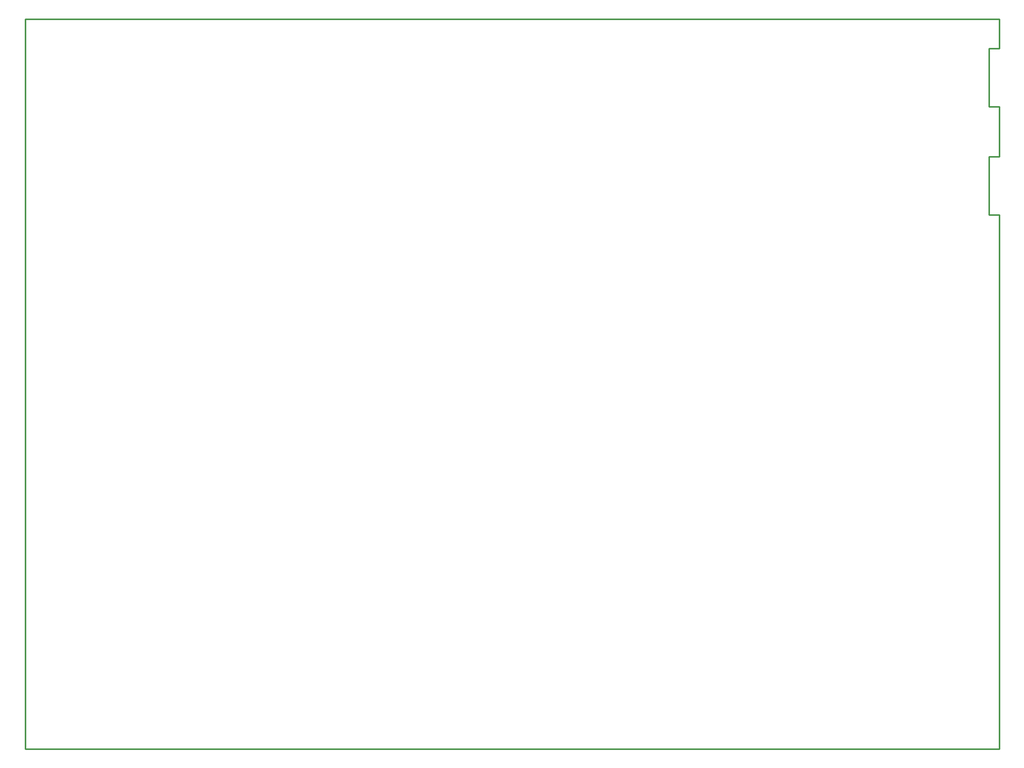
<source format=gko>
G04 Layer_Color=16711935*
%FSLAX25Y25*%
%MOIN*%
G70*
G01*
G75*
%ADD44C,0.01000*%
D44*
X623421Y453166D02*
X629921D01*
X623421Y415666D02*
Y453166D01*
Y415666D02*
X629921D01*
Y407366D02*
Y415666D01*
Y453166D02*
Y461466D01*
Y391466D02*
Y407252D01*
Y461352D02*
Y472441D01*
X0D02*
X629921D01*
Y0D02*
Y337366D01*
X0Y0D02*
X629921D01*
X0D02*
Y472441D01*
X623421Y345752D02*
Y383252D01*
Y345752D02*
X629921D01*
Y337452D02*
Y345752D01*
Y383252D02*
Y391552D01*
X623421Y383252D02*
X629921D01*
M02*

</source>
